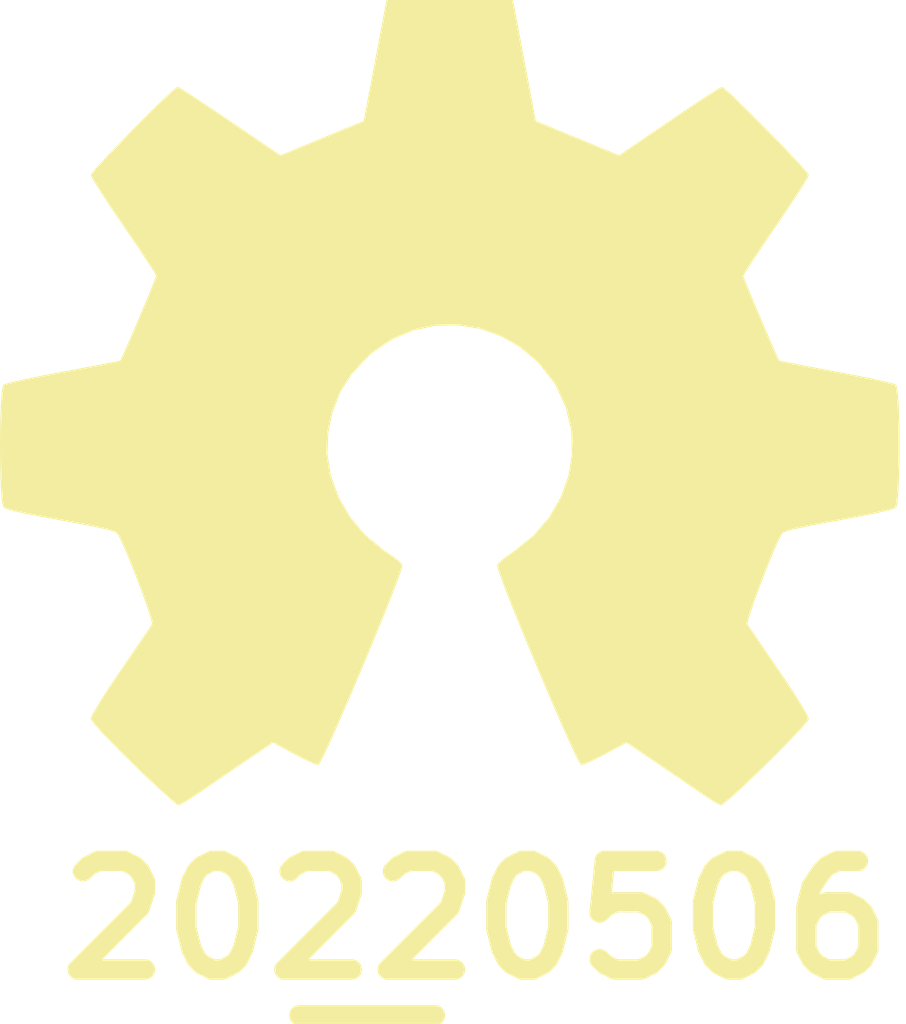
<source format=kicad_pcb>
(kicad_pcb (version 20211014) (generator pcbnew)
  (layers (0 "F.Cu" signal) (31 "B.Cu" signal) (34 "B.Paste" user) (35 "F.Paste" user) (36 "B.SilkS" user "B.Silkscreen") (37 "F.SilkS" user "F.Silkscreen") (38 "B.Mask" user) (39 "F.Mask" user) (44 "Edge.Cuts" user))
  (net 0 "")
  (footprint "SquantorLabels:Label_Generic" (layer "F.Cu") (at 138.1 91.5)
    (fp_text reference "N1" hide)
    (fp_text value "20220506" (at 0.8 -0.1) (layer "F.SilkS") (effects (font (size 0.8 0.8))))
    (fp_line (start -0.5 0.6) (end 0.5 0.6) (layer "F.SilkS") (width 0.15))
  )
  (footprint "Symbol:OSHW-Symbol_6.7x6mm_SilkScreen" (layer "F.Cu") (at 138.7 87.6)
    (fp_text reference "N2" hide)
    (fp_text value "OHWLOGO" hide)
    (fp_poly (pts (xy 0.555814 -2.531069) (xy 0.639635 -2.086445) (xy 0.94892 -1.958947) (xy 1.258206 -1.831449) (xy 1.629246 -2.083754) (xy 1.733157 -2.154004) (xy 1.827087 -2.216728) (xy 1.906652 -2.269062) (xy 1.96747 -2.308143) (xy 2.005157 -2.331107) (xy 2.015421 -2.336058) (xy 2.03391 -2.323324) (xy 2.07342 -2.288118) (xy 2.129522 -2.234938) (xy 2.197787 -2.168282) (xy 2.273786 -2.092646) (xy 2.353092 -2.012528) (xy 2.431275 -1.932426) (xy 2.503907 -1.856836) (xy 2.566559 -1.790255) (xy 2.614803 -1.737182) (xy 2.64421 -1.702113) (xy 2.651241 -1.690377) (xy 2.641123 -1.66874) (xy 2.612759 -1.621338) (xy 2.569129 -1.552807) (xy 2.513218 -1.467785) (xy 2.448006 -1.370907) (xy 2.410219 -1.31565) (xy 2.341343 -1.214752) (xy 2.28014 -1.123701) (xy 2.229578 -1.04703) (xy 2.192628 -0.989272) (xy 2.172258 -0.954957) (xy 2.169197 -0.947746) (xy 2.176136 -0.927252) (xy 2.195051 -0.879487) (xy 2.223087 -0.811168) (xy 2.257391 -0.729011) (xy 2.295109 -0.63973) (xy 2.333387 -0.550042) (xy 2.36937 -0.466662) (xy 2.400206 -0.396306) (xy 2.423039 -0.34569) (xy 2.435017 -0.321529) (xy 2.435724 -0.320578) (xy 2.454531 -0.315964) (xy 2.504618 -0.305672) (xy 2.580793 -0.290713) (xy 2.677865 -0.272099) (xy 2.790643 -0.250841) (xy 2.856442 -0.238582) (xy 2.97695 -0.215638) (xy 3.085797 -0.193805) (xy 3.177476 -0.174278) (xy 3.246481 -0.158252) (xy 3.287304 -0.146921) (xy 3.295511 -0.143326) (xy 3.303548 -0.118994) (xy 3.310033 -0.064041) (xy 3.31497 0.015108) (xy 3.318364 0.112026) (xy 3.320218 0.220287) (xy 3.320538 0.333465) (xy 3.319327 0.445135) (xy 3.31659 0.548868) (xy 3.312331 0.638241) (xy 3.306555 0.706826) (xy 3.299267 0.748197) (xy 3.294895 0.75681) (xy 3.268764 0.767133) (xy 3.213393 0.781892) (xy 3.136107 0.799352) (xy 3.04423 0.81778) (xy 3.012158 0.823741) (xy 2.857524 0.852066) (xy 2.735375 0.874876) (xy 2.641673 0.89308) (xy 2.572384 0.907583) (xy 2.523471 0.919292) (xy 2.490897 0.929115) (xy 2.470628 0.937956) (xy 2.458626 0.946724) (xy 2.456947 0.948457) (xy 2.440184 0.976371) (xy 2.414614 1.030695) (xy 2.382788 1.104777) (xy 2.34726 1.191965) (xy 2.310583 1.285608) (xy 2.275311 1.379052) (xy 2.243996 1.465647) (xy 2.219193 1.53874) (xy 2.203454 1.591678) (xy 2.199332 1.617811) (xy 2.199676 1.618726) (xy 2.213641 1.640086) (xy 2.245322 1.687084) (xy 2.291391 1.754827) (xy 2.348518 1.838423) (xy 2.413373 1.932982) (xy 2.431843 1.959854) (xy 2.497699 2.057275) (xy 2.55565 2.146163) (xy 2.602538 2.221412) (xy 2.635207 2.27792) (xy 2.6505 2.310581) (xy 2.651241 2.314593) (xy 2.638392 2.335684) (xy 2.602888 2.377464) (xy 2.549293 2.435445) (xy 2.482171 2.505135) (xy 2.406087 2.582045) (xy 2.325604 2.661683) (xy 2.245287 2.739561) (xy 2.169699 2.811186) (xy 2.103405 2.87207) (xy 2.050969 2.917721) (xy 2.016955 2.94365) (xy 2.007545 2.947883) (xy 1.985643 2.937912) (xy 1.9408 2.91102) (xy 1.880321 2.871736) (xy 1.833789 2.840117) (xy 1.749475 2.782098) (xy 1.649626 2.713784) (xy 1.549473 2.645579) (xy 1.495627 2.609075) (xy 1.313371 2.4858) (xy 1.160381 2.56852) (xy 1.090682 2.604759) (xy 1.031414 2.632926) (xy 0.991311 2.648991) (xy 0.981103 2.651226) (xy 0.968829 2.634722) (xy 0.944613 2.588082) (xy 0.910263 2.515609) (xy 0.867588 2.421606) (xy 0.818394 2.310374) (xy 0.76449 2.186215) (xy 0.707684 2.053432) (xy 0.649782 1.916327) (xy 0.592593 1.779202) (xy 0.537924 1.646358) (xy 0.487584 1.522098) (xy 0.44338 1.410725) (xy 0.407119 1.316539) (xy 0.380609 1.243844) (xy 0.365658 1.196941) (xy 0.363254 1.180833) (xy 0.382311 1.160286) (xy 0.424036 1.126933) (xy 0.479706 1.087702) (xy 0.484378 1.084599) (xy 0.628264 0.969423) (xy 0.744283 0.835053) (xy 0.83143 0.685784) (xy 0.888699 0.525913) (xy 0.915086 0.359737) (xy 0.909585 0.191552) (xy 0.87119 0.025655) (xy 0.798895 -0.133658) (xy 0.777626 -0.168513) (xy 0.666996 -0.309263) (xy 0.536302 -0.422286) (xy 0.390064 -0.506997) (xy 0.232808 -0.562806) (xy 0.069057 -0.589126) (xy -0.096667 -0.58537) (xy -0.259838 -0.55095) (xy -0.415935 -0.485277) (xy -0.560433 -0.387765) (xy -0.605131 -0.348187) (xy -0.718888 -0.224297) (xy -0.801782 -0.093876) (xy -0.858644 0.052315) (xy -0.890313 0.197088) (xy -0.898131 0.35986) (xy -0.872062 0.52344) (xy -0.814755 0.682298) (xy -0.728856 0.830906) (xy -0.617014 0.963735) (xy -0.481877 1.075256) (xy -0.464117 1.087011) (xy -0.40785 1.125508) (xy -0.365077 1.158863) (xy -0.344628 1.18016) (xy -0.344331 1.180833) (xy -0.348721 1.203871) (xy -0.366124 1.256157) (xy -0.394732 1.33339) (xy -0.432735 1.431268) (xy -0.478326 1.545491) (xy -0.529697 1.671758) (xy -0.585038 1.805767) (xy -0.642542 1.943218) (xy -0.700399 2.079808) (xy -0.756802 2.211237) (xy -0.809942 2.333205) (xy -0.85801 2.441409) (xy -0.899199 2.531549) (xy -0.931699 2.599323) (xy -0.953703 2.64043) (xy -0.962564 2.651226) (xy -0.98964 2.642819) (xy -1.040303 2.620272) (xy -1.105817 2.587613) (xy -1.141841 2.56852) (xy -1.294832 2.4858) (xy -1.477088 2.609075) (xy -1.570125 2.672228) (xy -1.671985 2.741727) (xy -1.767438 2.807165) (xy -1.81525 2.840117) (xy -1.882495 2.885273) (xy -1.939436 2.921057) (xy -1.978646 2.942938) (xy -1.991381 2.947563) (xy -2.009917 2.935085) (xy -2.050941 2.900252) (xy -2.110475 2.846678) (xy -2.184542 2.777983) (xy -2.269165 2.697781) (xy -2.322685 2.646286) (xy -2.416319 2.554286) (xy -2.497241 2.471999) (xy -2.562177 2.402945) (xy -2.607858 2.350644) (xy -2.631011 2.318616) (xy -2.633232 2.312116) (xy -2.622924 2.287394) (xy -2.594439 2.237405) (xy -2.550937 2.167212) (xy -2.495577 2.081875) (xy -2.43152 1.986456) (xy -2.413303 1.959854) (xy -2.346927 1.863167) (xy -2.287378 1.776117) (xy -2.237984 1.703595) (xy -2.202075 1.650493) (xy -2.182981 1.621703) (xy -2.181136 1.618726) (xy -2.183895 1.595782) (xy -2.198538 1.545336) (xy -2.222513 1.474041) (xy -2.253266 1.388547) (xy -2.288244 1.295507) (xy -2.324893 1.201574) (xy -2.360661 1.113399) (xy -2.392994 1.037634) (xy -2.419338 0.980931) (xy -2.437142 0.949943) (xy -2.438407 0.948457) (xy -2.449294 0.939601) (xy -2.467682 0.930843) (xy -2.497606 0.921277) (xy -2.543103 0.909996) (xy -2.608209 0.896093) (xy -2.696961 0.878663) (xy -2.813393 0.856798) (xy -2.961542 0.829591) (xy -2.993618 0.823741) (xy -3.088686 0.805374) (xy -3.171565 0.787405) (xy -3.23493 0.771569) (xy -3.271458 0.7596) (xy -3.276356 0.75681) (xy -3.284427 0.732072) (xy -3.290987 0.67679) (xy -3.296033 0.597389) (xy -3.299559 0.500296) (xy -3.301561 0.391938) (xy -3.302036 0.27874) (xy -3.300977 0.167128) (xy -3.298382 0.063529) (xy -3.294246 -0.025632) (xy -3.288563 -0.093928) (xy -3.281331 -0.134934) (xy -3.276971 -0.143326) (xy -3.252698 -0.151792) (xy -3.197426 -0.165565) (xy -3.116662 -0.18345) (xy -3.015912 -0.204252) (xy -2.900683 -0.226777) (xy -2.837902 -0.238582) (xy -2.718787 -0.260849) (xy -2.612565 -0.281021) (xy -2.524427 -0.298085) (xy -2.459566 -0.311031) (xy -2.423174 -0.318845) (xy -2.417184 -0.320578) (xy -2.407061 -0.34011) (xy -2.385662 -0.387157) (xy -2.355839 -0.454997) (xy -2.320445 -0.536909) (xy -2.282332 -0.626172) (xy -2.244353 -0.716065) (xy -2.20936 -0.799865) (xy -2.180206 -0.870853) (xy -2.159743 -0.922306) (xy -2.150823 -0.947503) (xy -2.150657 -0.948604) (xy -2.160769 -0.968481) (xy -2.189117 -1.014223) (xy -2.232723 -1.081283) (xy -2.288606 -1.165116) (xy -2.353787 -1.261174) (xy -2.391679 -1.31635) (xy -2.460725 -1.417519) (xy -2.52205 -1.50937) (xy -2.572663 -1.587256) (xy -2.609571 -1.646531) (xy -2.629782 -1.682549) (xy -2.632701 -1.690623) (xy -2.620153 -1.709416) (xy -2.585463 -1.749543) (xy -2.533063 -1.806507) (xy -2.467384 -1.875815) (xy -2.392856 -1.952969) (xy -2.313913 -2.033475) (xy -2.234983 -2.112837) (xy -2.1605 -2.18656) (xy -2.094894 -2.250148) (xy -2.042596 -2.299106) (xy -2.008039 -2.328939) (xy -1.996478 -2.336058) (xy -1.977654 -2.326047) (xy -1.932631 -2.297922) (xy -1.865787 -2.254546) (xy -1.781499 -2.198782) (xy -1.684144 -2.133494) (xy -1.610707 -2.083754) (xy -1.239667 -1.831449) (xy -0.621095 -2.086445) (xy -0.537275 -2.531069) (xy -0.453454 -2.975693) (xy 0.471994 -2.975693) (xy 0.555814 -2.531069)) (layer "F.SilkS") (width 0.01) (fill solid))
  )
)
</source>
